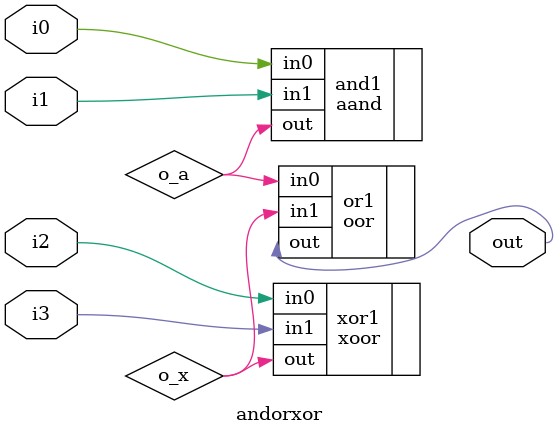
<source format=v>
`timescale 1ns / 1ps

module andorxor(
                input i0,
                input i1,
                input i2,
                input i3,
                output out

    );
    
    wire o_a, o_x;
    
    aand and1(.in0(i0),
              .in1(i1),
              .out(o_a)
    );
    xoor xor1(.in0(i2),
              .in1(i3),
              .out(o_x)
              );
    oor or1(.in0(o_a),
            .in1(o_x),
            .out(out)
            );
    
endmodule

</source>
